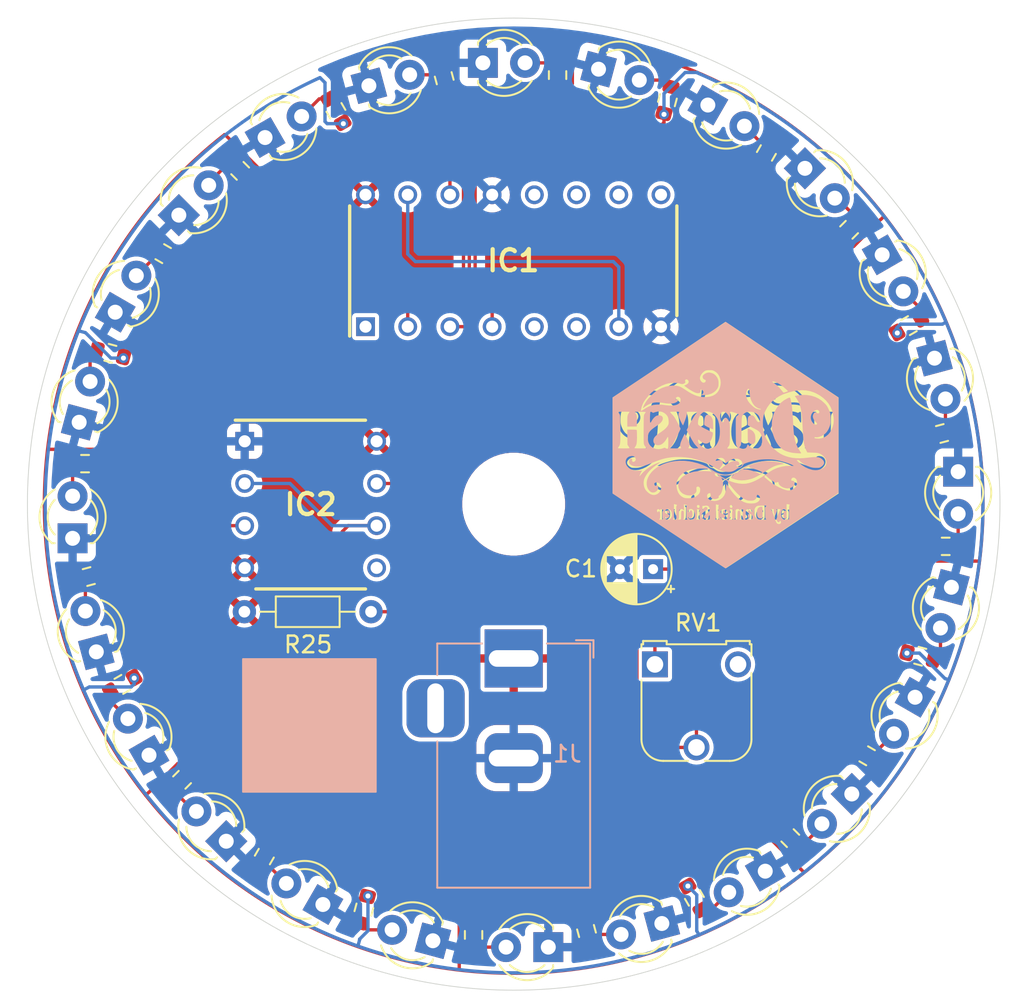
<source format=kicad_pcb>
(kicad_pcb (version 20240108) (generator "pcbnew") (generator_version "8.0")
  (layers (0 "F.Cu" signal) (31 "B.Cu" signal) (34 "B.Paste" user) (35 "F.Paste" user) (36 "B.SilkS" user "B.Silkscreen") (37 "F.SilkS" user "F.Silkscreen") (38 "B.Mask" user) (39 "F.Mask" user) (44 "Edge.Cuts" user))
  (net 0 "")
  (net 1 "/LED_RED/LED_RED")
  (net 2 "GND")
  (net 3 "/LED_GREEN/LED_GREEN")
  (net 4 "/LED_BLUE/LED_BLUE")
  (net 5 "Net-(IC2-THRES)")
  (net 6 "/POT")
  (net 7 "+12V")
  (net 10 "/RESET")
  (net 16 "Net-(IC1-CLOCK)")
  (net 20 "Net-(D1-A)")
  (net 21 "Net-(D2-A)")
  (net 22 "Net-(D3-A)")
  (net 23 "Net-(D4-A)")
  (net 24 "Net-(D5-A)")
  (net 25 "Net-(D6-A)")
  (net 26 "Net-(D7-A)")
  (net 27 "Net-(D8-A)")
  (net 28 "Net-(D9-A)")
  (net 29 "Net-(D10-A)")
  (net 30 "Net-(D11-A)")
  (net 31 "Net-(D12-A)")
  (net 32 "Net-(D13-A)")
  (net 33 "Net-(D14-A)")
  (net 34 "Net-(D15-A)")
  (net 35 "Net-(D16-A)")
  (net 36 "Net-(D17-A)")
  (net 37 "Net-(D18-A)")
  (net 38 "Net-(D19-A)")
  (net 39 "Net-(D20-A)")
  (net 40 "Net-(D21-A)")
  (net 41 "Net-(D22-A)")
  (net 42 "Net-(D23-A)")
  (net 43 "Net-(D24-A)")
  (footprint "LED_THT:LED_D3.0mm" (layer "F.Cu") (at 205.9178 98.1202 -90)
    (property "Reference" "D3" (hide yes))
    (property "Value" "LED_RED" (hide yes))
  )
  (footprint "LED_THT:LED_D3.0mm" (layer "F.Cu") (at 184.277 73.8886 -15)
    (property "Reference" "D9" (hide yes))
    (property "Value" "LED_GREEN" (hide yes))
  )
  (footprint "LED_THT:LED_D3.0mm" (layer "F.Cu") (at 159.021031 82.676653 45)
    (property "Reference" "D8" (hide yes))
    (property "Value" "LED_RED" (hide yes))
  )
  (footprint "Resistor_SMD:R_0603_1608Metric" (layer "F.Cu") (at 174.990926 74.431489 105)
    (property "Reference" "R24" (hide yes))
    (property "Value" "680R" (hide yes))
  )
  (footprint "Resistor_SMD:R_0603_1608Metric" (layer "F.Cu") (at 194.378352 78.932014 60)
    (property "Reference" "R17" (hide yes))
    (property "Value" "680R" (hide yes))
  )
  (footprint "Resistor_SMD:R_0603_1608Metric" (layer "F.Cu") (at 204.947498 95.820856 15)
    (property "Reference" "R18" (hide yes))
    (property "Value" "680R" (hide yes))
  )
  (footprint "LED_THT:LED_D3.0mm" (layer "F.Cu") (at 194.31 122.174 -150)
    (property "Reference" "D12" (hide yes))
    (property "Value" "LED_GREEN" (hide yes))
  )
  (footprint "LED_THT:LED_D3.0mm" (layer "F.Cu") (at 190.8556 76.0476 -30)
    (property "Reference" "D17" (hide yes))
    (property "Value" "LED_BLUE" (hide yes))
  )
  (footprint "Resistor_SMD:R_0603_1608Metric" (layer "F.Cu") (at 164.165622 121.294787 -120)
    (property "Reference" "R21" (hide yes))
    (property "Value" "680R" (hide yes))
  )
  (footprint "Resistor_SMD:R_0603_1608Metric" (layer "F.Cu") (at 190.048222 123.783987 -60)
    (property "Reference" "R12" (hide yes))
    (property "Value" "680R" (hide yes))
  )
  (footprint "Resistor_SMD:R_0603_1608Metric" (layer "F.Cu") (at 176.758599 126.009402 -90)
    (property "Reference" "R5" (hide yes))
    (property "Value" "680R" (hide yes))
  )
  (footprint "LED_THT:LED_D3.0mm" (layer "F.Cu") (at 170.45767 74.883587 15)
    (property "Reference" "D24" (hide yes))
    (property "Value" "LED_BLUE" (hide yes))
  )
  (footprint "Resistor_SMD:R_0603_1608Metric" (layer "F.Cu") (at 200.441187 115.226726 -30)
    (property "Reference" "R19" (hide yes))
    (property "Value" "680R" (hide yes))
  )
  (footprint "Resistor_SMD:R_0603_1608Metric" (layer "F.Cu") (at 199.355756 83.557466 45)
    (property "Reference" "R2" (hide yes))
    (property "Value" "680R" (hide yes))
  )
  (footprint "Resistor_SMD:R_0603_1608Metric" (layer "F.Cu") (at 154.898689 90.993126 165)
    (property "Reference" "R15" (hide yes))
    (property "Value" "680R" (hide yes))
  )
  (footprint "LED_THT:LED_D3.0mm" (layer "F.Cu") (at 203.327 111.701547 -120)
    (property "Reference" "D19" (hide yes))
    (property "Value" "LED_BLUE" (hide yes))
  )
  (footprint "Resistor_SMD:R_0603_1608Metric" (layer "F.Cu") (at 183.553743 125.775699 -75)
    (property "Reference" "R20" (hide yes))
    (property "Value" "680R" (hide yes))
  )
  (footprint "Resistor_THT:R_Axial_DIN0204_L3.6mm_D1.6mm_P7.62mm_Horizontal" (layer "F.Cu") (at 162.9664 106.553)
    (property "Reference" "R25")
    (property "Value" "10k" (hide yes))
  )
  (footprint "MountingHole:MountingHole_3.2mm_M3" (layer "F.Cu") (at 179.1716 100.076)
    (property "Reference" "H1" (hide yes))
    (property "Value" "MountingHole" (hide yes))
  )
  (footprint "Resistor_SMD:R_0603_1608Metric" (layer "F.Cu") (at 155.616013 110.927224 -150)
    (property "Reference" "R14" (hide yes))
    (property "Value" "680R" (hide yes))
  )
  (footprint "LED_THT:LED_D3.0mm" (layer "F.Cu") (at 201.3458 85.0646 -60)
    (property "Reference" "D10" (hide yes))
    (property "Value" "LED_GREEN" (hide yes))
  )
  (footprint "LED_THT:LED_D3.0mm" (layer "F.Cu") (at 153.02359 95.145089 75)
    (property "Reference" "D15" (hide yes))
    (property "Value" "LED_GREEN" (hide yes))
  )
  (footprint "LED_THT:LED_D3.0mm" (layer "F.Cu") (at 161.8742 120.3706 135)
    (property "Reference" "D6" (hide yes))
    (property "Value" "LED_RED" (hide yes))
  )
  (footprint "ProjectFootprints:CD4017BE" (layer "F.Cu") (at 179.1462 85.4202 90)
    (property "Reference" "IC1")
    (property "Value" "CD4017BE" (hide yes))
  )
  (footprint "LED_THT:LED_D3.0mm" (layer "F.Cu") (at 155.194 88.519 60)
    (property "Reference" "D23" (hide yes))
    (property "Value" "LED_BLUE" (hide yes))
  )
  (footprint "LED_THT:LED_D3.0mm" (layer "F.Cu") (at 204.4954 91.2876 -75)
    (property "Reference" "D18" (hide yes))
    (property "Value" "LED_BLUE" (hide yes))
  )
  (footprint "Resistor_SMD:R_0603_1608Metric" (layer "F.Cu") (at 159.216043 116.670735 -135)
    (property "Reference" "R6" (hide yes))
    (property "Value" "680R" (hide yes))
  )
  (footprint "LED_THT:LED_D3.0mm" (layer "F.Cu") (at 188.087 125.3236 -165)
    (property "Reference" "D20" (hide yes))
    (property "Value" "LED_BLUE" (hide yes))
  )
  (footprint "Resistor_SMD:R_0603_1608Metric" (layer "F.Cu") (at 158.079814 84.993823 150)
    (property "Reference" "R23" (hide yes))
    (property "Value" "680R" (hide yes))
  )
  (footprint "LED_THT:LED_D3.0mm" (layer "F.Cu") (at 157.226 115.189 120)
    (property "Reference" "D14" (hide yes))
    (property "Value" "LED_GREEN" (hide yes))
  )
  (footprint "Potentiometer_THT:Potentiometer_Runtron_RM-065_Vertical" (layer "F.Cu") (at 187.6698 109.7232)
    (property "Reference" "RV1")
    (property "Value" "10k_Poti" (hide yes))
  )
  (footprint "ProjectFootprints:logo" (layer "F.Cu") (at 191.9224 96.52)
    (property "Reference" "G***" (hide yes))
    (property "Value" "LOGO" (hide yes))
  )
  (footprint "LED_THT:LED_D3.0mm" (layer "F.Cu") (at 154.055387 108.967729 105)
    (property "Reference" "D22" (hide yes))
    (property "Value" "LED_BLUE" (hide yes))
  )
  (footprint "Resistor_SMD:R_0603_1608Metric" (layer "F.Cu") (at 170.15789 124.486901 -105)
    (property "Reference" "R13" (hide yes))
    (property "Value" "680R" (hide yes))
  )
  (footprint "Resistor_SMD:R_0603_1608Metric" (layer "F.Cu") (at 153.3774 97.6376 180)
    (property "Reference" "R7" (hide yes))
    (property "Value" "680R" (hide yes))
  )
  (footprint "LED_THT:LED_D3.0mm" (layer "F.Cu") (at 205.5114 105.0798 -105)
    (property "Reference" "D11" (hide yes))
    (property "Value" "LED_GREEN" (hide yes))
  )
  (footprint "Resistor_SMD:R_0603_1608Metric" (layer "F.Cu") (at 168.472777 76.393414 120)
    (property "Reference" "R16" (hide yes))
    (property "Value" "680R" (hide yes))
  )
  (footprint "Resistor_SMD:R_0603_1608Metric" (layer "F.Cu") (at 205.169 102.616)
    (property "Reference" "R3" (hide yes))
    (property "Value" "680R" (hide yes))
  )
  (footprint "LED_THT:LED_D3.0mm" (layer "F.Cu") (at 181.254401 126.746 180)
    (property "Reference" "D5" (hide yes))
    (property "Value" "LED_RED" (hide yes))
  )
  (footprint "Resistor_SMD:R_0603_1608Metric" (layer "F.Cu") (at 162.711563 80.009163 135)
    (property "Reference" "R8" (hide yes))
    (property "Value" "680R" (hide yes))
  )
  (footprint "Resistor_SMD:R_0603_1608Metric" (layer "F.Cu") (at 153.603289 104.434474 -165)
    (property "Reference" "R22" (hide yes))
    (property "Value" "680R" (hide yes))
  )
  (footprint "Resistor_SMD:R_0603_1608Metric" (layer "F.Cu") (at 203.6363 109.231764 -15)
    (property "Reference" "R11" (hide yes))
    (property "Value" "680R" (hide yes))
  )
  (footprint "LED_THT:LED_D3.0mm" (layer "F.Cu") (at 152.6286 102.1334 90)
    (property "Reference" "D7" (hide yes))
    (property "Value" "LED_RED" (hide yes))
  )
  (footprint "Resistor_SMD:R_0603_1608Metric" (layer "F.Cu") (at 181.8132 74.2442 90)
    (property "Reference" "R1" (hide yes))
    (property "Value" "680R" (hide yes))
  )
  (footprint "LED_THT:LED_D3.0mm" (layer "F.Cu") (at 177.3174 73.5076)
    (property "Reference" "D1" (hide yes))
    (property "Value" "LED_RED" (hide yes))
  )
  (footprint "Resistor_SMD:R_0603_1608Metric" (layer "F.Cu") (at 188.421837 75.75475 75)
    (property "Reference" "R9" (hide yes))
    (property "Value" "680R" (hide yes))
  )
  (footprint "LED_THT:LED_D3.0mm" (layer "F.Cu") (at 199.517 117.5258 -135)
    (property "Reference" "D4" (hide yes))
    (property "Value" "LED_RED" (hide yes))
  )
  (footprint "Resistor_SMD:R_0603_1608Metric" (layer "F.Cu") (at 195.817134 120.183957 -45)
    (property "Reference" "R4" (hide yes))
    (property "Value" "680R" (hide yes))
  )
  (footprint "Resistor_SMD:R_0603_1608Metric" (layer "F.Cu") (at 202.955786 89.326378 30)
    (property "Reference" "R10" (hide yes))
    (property "Value" "680R" (hide yes))
  )
  (footprint "LED_THT:LED_D3.0mm" (layer "F.Cu") (at 196.6976 79.8576 -45)
    (property "Reference" "D2" (hide yes))
    (property "Value" "LED_RED" (hide yes))
  )
  (footprint "LED_THT:LED_D3.0mm" (layer "F.Cu") (at 164.211 78.0034 30)
    (property "Reference" "D16" (hide yes))
    (property "Value" "LED_GREEN" (hide yes))
  )
  (footprint "LED_THT:LED_D3.0mm" (layer "F.Cu") (at 174.309855 126.362 165)
    (property "Reference" "D13" (hide yes))
    (property "Value" "LED_GREEN" (hide yes))
  )
  (footprint "ProjectFootprints:NE555P" (layer "F.Cu") (at 166.9542 100.1014)
    (property "Reference" "IC2")
    (property "Value" "NE555P" (hide yes))
  )
  (footprint "LED_THT:LED_D3.0mm" (layer "F.Cu") (at 167.6908 124.1806 150)
    (property "Reference" "D21" (hide yes))
    (property "Value" "LED_BLUE" (hide yes))
  )
  (footprint "Capacitor_THT:CP_Radial_D4.0mm_P2.00mm" (layer "F.Cu") (at 187.560998 103.9876 180)
    (property "Reference" "C1")
    (property "Value" "10uF/25V" (hide yes))
  )
  (footprint "ProjectFootprints:logo" (layer "B.Cu") (at 191.9224 96.52 180)
    (property "Reference" "G***" (hide yes))
    (property "Value" "LOGO" (hide yes))
  )
  (footprint "Connector_BarrelJack:BarrelJack_Horizontal" (layer "B.Cu") (at 179.171599 109.366799 90)
    (property "Reference" "J1")
    (property "Value" "Barrel_Jack_Switch" (hide yes))
  )
  (gr_line (start 206.9592 103.505) (end 207.1878 103.505) (stroke (width 0.2)) (layer "F.Cu") (net 1))
  (gr_line (start 154.432 104.2416) (end 155.4734 104.0384) (stroke (width 0.2)) (layer "F.Cu") (net 4))
  (gr_line (start 164.5666 120.5738) (end 165.1254 119.5832) (stroke (width 0.2)) (layer "F.Cu") (net 4))
  (gr_arc (start 182.853883 76.362095) (mid 188.447668 77.94315) (end 193.4972 80.8228) (stroke (width 0.2)) (layer "F.Cu") (net 4))
  (gr_arc (start 193.4972 80.8228) (mid 173.589701 123.415897) (end 175.10692 76.424638) (stroke (width 0.2)) (layer "F.Cu") (net 4))
  (gr_line (start 199.7456 114.808) (end 198.6534 114.173) (stroke (width 0.2)) (layer "F.Cu") (net 4))
  (gr_line (start 158.8008 85.3948) (end 159.7152 86.0044) (stroke (width 0.2)) (layer "F.Cu") (net 4))
  (gr_line (start 196.4436 122.047) (end 196.6468 122.2502) (stroke (width 0.2)) (layer "F.Cu") (net 1))
  (gr_line (start 201.2696 82.931) (end 201.422 82.7786) (stroke (width 0.2)) (layer "F.Cu") (net 1))
  (gr_line (start 157.3276 117.3226) (end 157.0228 117.602) (stroke (width 0.2)) (layer "F.Cu") (net 1))
  (gr_arc (start 177.603034 76.129224) (mid 180.234853 76.101473) (end 182.853883 76.362096) (stroke (width 0.2)) (layer "F.Cu") (net 4))
  (gr_arc (start 155.8544 101.1428) (mid 160.981217 85.449317) (end 175.208392 77.073329) (stroke (width 0.2)) (layer "F.Cu") (net 16))
  (gr_arc (start 183.1086 72.110601) (mid 186.483478 127.354193) (end 161.775237 77.828976) (stroke (width 0.2)) (layer "F.Cu") (net 1))
  (gr_line (start 151.5618 96.774) (end 151.1554 96.774) (stroke (width 0.2)) (layer "F.Cu") (net 1))
  (gr_line (start 183.3118 124.9426) (end 183.0578 123.7996) (stroke (width 0.2)) (layer "F.Cu") (net 4))
  (gr_line (start 175.895 127.7366) (end 175.895 128.1176) (stroke (width 0.2)) (layer "F.Cu") (net 1))
  (gr_line (start 204.1398 96.0374) (end 202.8952 96.2914) (stroke (width 0.2)) (layer "F.Cu") (net 4))
  (gr_line (start 169.899105 126.307991) (end 169.800495 126.676008) (stroke (width 0.2)) (layer "B.Cu") (net 3))
  (gr_arc (start 190.223639 74.110805) (mid 179.548346 128.291643) (end 167.513 74.396601) (stroke (width 0.2)) (layer "B.Cu") (net 3))
  (gr_line (start 204.975801 89.23818) (end 205.162452 89.130417) (stroke (width 0.2)) (layer "B.Cu") (net 3))
  (gr_line (start 190.190278 125.772273) (end 190.33396 126.021142) (stroke (width 0.2)) (layer "B.Cu") (net 3))
  (gr_line (start 153.629887 111.084888) (end 153.263159 111.27588) (stroke (width 0.2)) (layer "B.Cu") (net 3))
  (gr_line (start 153.378921 89.744166) (end 152.986369 89.638982) (stroke (width 0.2)) (layer "B.Cu") (net 3))
  (gr_line (start 205.14659 110.583715) (end 205.3674 110.642881) (stroke (width 0.2)) (layer "B.Cu") (net 3))
  (gr_rect (start 162.878 109.3988) (end 170.878 117.3988) (stroke (width 0.1)) (fill solid) (layer "B.SilkS"))
  (gr_circle (center 179.1716 100.076) (end 208.394319 98.552) (stroke (width 0.05)) (fill none) (layer "Edge.Cuts"))
  (segment (start 163.723823 80.199729) (end 163.723823 79.751423) (width 0.2) (layer "F.Cu") (net 1))
  (segment (start 176.1512 87.577) (end 176.1512 80.317) (width 0.2) (layer "F.Cu") (net 1))
  (segment (start 176.902098 75.319902) (end 181.562498 75.319902) (width 0.2) (layer "F.Cu") (net 1))
  (segment (start 159.801393 116.106041) (end 159.396929 115.701577) (width 0.2) (layer "F.Cu") (net 1))
  (segment (start 161.798001 77.825601) (end 161.772601 77.825601) (width 0.2) (layer "F.Cu") (net 1))
  (segment (start 172.796201 89.390199) (end 172.796201 88.417399) (width 0.2) (layer "F.Cu") (net 1))
  (segment (start 194.822577 120.425977) (end 196.439023 122.042423) (width 0.2) (layer "F.Cu") (net 1))
  (segment (start 204.6478 103.505) (end 206.9338 103.505) (width 0.2) (layer "F.Cu") (net 1))
  (segment (start 195.227043 119.573205) (end 194.822577 119.977671) (width 0.2) (layer "F.Cu") (net 1))
  (segment (start 175.7972 87.931) (end 176.1512 87.577) (width 0.2) (layer "F.Cu") (net 1))
  (segment (start 176.1512 80.317) (end 176.1512 76.0708) (width 0.2) (layer "F.Cu") (net 1))
  (segment (start 182.3852 75.0692) (end 182.7022 74.7522) (width 0.2) (layer "F.Cu") (net 1))
  (segment (start 194.822577 119.977671) (end 194.822577 120.425977) (width 0.2) (layer "F.Cu") (net 1))
  (segment (start 158.948623 115.701577) (end 157.332177 117.318023) (width 0.2) (layer "F.Cu") (net 1))
  (segment (start 175.895 125.4506) (end 175.895 127.7366) (width 0.2) (layer "F.Cu") (net 1))
  (segment (start 154.1902 97.662999) (end 154.1902 97.091) (width 0.2) (layer "F.Cu") (net 1))
  (segment (start 176.212 125.1336) (end 175.895 125.4506) (width 0.2) (layer "F.Cu") (net 1))
  (segment (start 163.723823 79.751423) (end 161.798001 77.825601) (width 0.2) (layer "F.Cu") (net 1))
  (segment (start 176.1512 80.317) (end 176.1236 80.2894) (width 0.2) (layer "F.Cu") (net 1))
  (segment (start 198.7804 84.1502) (end 199.184865 84.554665) (width 0.2) (layer "F.Cu") (net 1))
  (segment (start 173.2826 87.931) (end 175.7972 87.931) (width 0.2) (layer "F.Cu") (net 1))
  (segment (start 153.8732 96.774) (end 151.5872 96.774) (width 0.2) (layer "F.Cu") (net 1))
  (segment (start 204.3308 102.615999) (end 204.3308 103.188) (width 0.2) (layer "F.Cu") (net 1))
  (segment (start 159.396929 115.701577) (end 158.948623 115.701577) (width 0.2) (layer "F.Cu") (net 1))
  (segment (start 182.7022 72.4662) (end 183.057799 72.110601) (width 0.2) (layer "F.Cu") (net 1))
  (segment (start 199.633171 84.554665) (end 201.249617 82.938219) (width 0.2) (layer "F.Cu") (net 1))
  (segment (start 181.8132 75.0692) (end 182.3852 75.0692) (width 0.2) (layer "F.Cu") (net 1))
  (segment (start 163.319359 80.604194) (end 163.723823 80.199729) (width 0.2) (layer "F.Cu") (net 1))
  (segment (start 182.7022 74.7522) (end 182.7022 72.4662) (width 0.2) (layer "F.Cu") (net 1))
  (segment (start 176.784002 125.1336) (end 176.212 125.1336) (width 0.2) (layer "F.Cu") (net 1))
  (segment (start 199.184865 84.554665) (end 199.633171 84.554665) (width 0.2) (layer "F.Cu") (net 1))
  (segment (start 183.057799 72.110601) (end 183.1086 72.110601) (width 0.2) (layer "F.Cu") (net 1))
  (segment (start 154.1902 97.091) (end 153.8732 96.774) (width 0.2) (layer "F.Cu") (net 1))
  (segment (start 172.796201 88.417399) (end 173.2826 87.931) (width 0.2) (layer "F.Cu") (net 1))
  (segment (start 204.3308 103.188) (end 204.6478 103.505) (width 0.2) (layer "F.Cu") (net 1))
  (segment (start 176.1512 76.0708) (end 176.902098 75.319902) (width 0.2) (layer "F.Cu") (net 1))
  (segment (start 181.562498 75.319902) (end 181.8132 75.0692) (width 0.2) (layer "F.Cu") (net 1))
  (segment (start 183.404619 76.040268) (end 184.372616 76.230974) (width 0.2) (layer "F.Cu") (net 3))
  (segment (start 188.217145 76.608578) (end 188.217145 77.098866) (width 0.2) (layer "F.Cu") (net 3))
  (segment (start 177.161698 75.669902) (end 179.182076 75.669902) (width 0.2) (layer "F.Cu") (net 3))
  (segment (start 176.5012 76.3304) (end 177.161698 75.669902) (width 0.2) (layer "F.Cu") (net 3))
  (segment (start 183.081225 75.988388) (end 183.404619 76.040268) (width 0.2) (layer "F.Cu") (net 3))
  (segment (start 188.208311 76.551639) (end 188.0616 76.69835) (width 0.2) (layer "F.Cu") (net 3))
  (segment (start 176.5012 89.132) (end 176.5012 83.4136) (width 0.2) (layer "F.Cu") (net 3))
  (segment (start 179.182076 75.669902) (end 180.252919 75.693867) (width 0.2) (layer "F.Cu") (net 3))
  (segment (start 180.252919 75.693867) (end 181.321712 75.764795) (width 0.2) (layer "F.Cu") (net 3))
  (segment (start 188.217145 77.098866) (end 187.992749 77.323262) (width 0.2) (layer "F.Cu") (net 3))
  (segment (start 187.222254 77.036408) (end 187.635474 77.190249) (width 0.2) (layer "F.Cu") (net 3))
  (segment (start 187.992749 77.323262) (end 187.970441 77.314957) (width 0.2) (layer "F.Cu") (net 3))
  (segment (start 181.321712 75.764795) (end 182.385281 75.882431) (width 0.2) (layer "F.Cu") (net 3))
  (segment (start 183.081225 75.988388) (end 183.079752 75.986396) (width 0.2) (layer "F.Cu") (net 3))
  (segment (start 176.5012 83.4136) (end 176.5012 83.3882) (width 0.2) (layer "F.Cu") (net 3))
  (segment (start 175.3362 89.3902) (end 176.243 89.3902) (width 0.2) (layer "F.Cu") (net 3))
  (segment (start 186.283514 76.729554) (end 187.222254 77.036408) (width 0.2) (layer "F.Cu") (net 3))
  (segment (start 185.333136 76.460934) (end 186.283514 76.729554) (width 0.2) (layer "F.Cu") (net 3))
  (segment (start 183.079752 75.986396) (end 182.915981 75.961879) (width 0.2) (layer "F.Cu") (net 3))
  (segment (start 176.5012 83.4136) (end 176.5012 76.3304) (width 0.2) (layer "F.Cu") (net 3))
  (segment (start 187.970441 77.314957) (end 187.635474 77.190249) (width 0.2) (layer "F.Cu") (net 3))
  (segment (start 176.243 89.3902) (end 176.5012 89.132) (width 0.2) (layer "F.Cu") (net 3))
  (segment (start 182.915981 75.961879) (end 182.385281 75.882431) (width 0.2) (layer "F.Cu") (net 3))
  (segment (start 184.372616 76.230974) (end 185.333136 76.460934) (width 0.2) (layer "F.Cu") (net 3))
  (via (at 202.255866 89.771585) (size 0.6) (drill 0.3) (layers "F.Cu" "B.Cu") (net 3))
  (via (at 188.217145 76.608578) (size 0.6) (drill 0.3) (layers "F.Cu" "B.Cu") (net 3))
  (via (at 202.837841 109.044726) (size 0.6) (drill 0.3) (layers "F.Cu" "B.Cu") (net 3))
  (via (at 155.687671 91.283153) (size 0.6) (drill 0.3) (layers "F.Cu" "B.Cu") (net 3))
  (via (at 170.401693 123.665423) (size 0.6) (drill 0.3) (layers "F.Cu" "B.Cu") (net 3))
  (via (at 189.655439 123.067904) (size 0.6) (drill 0.3) (layers "F.Cu" "B.Cu") (net 3))
  (via (at 156.334257 110.550047) (size 0.6) (drill 0.3) (layers "F.Cu" "B.Cu") (net 3))
  (via (at 168.920905 77.168413) (size 0.6) (drill 0.3) (layers "F.Cu" "B.Cu") (net 3))
  (segment (start 190.187041 123.599506) (end 190.187041 125.766668) (width 0.2) (layer "B.Cu") (net 3))
  (segment (start 156.151748 111.081652) (end 153.635492 111.081652) (width 0.2) (layer "B.Cu") (net 3))
  (segment (start 154.935869 91.283153) (end 153.403456 89.75074) (width 0.2) (layer "B.Cu") (net 3))
  (segment (start 188.217145 75.358655) (end 189.489735 74.086065) (width 0.2) (layer "B.Cu") (net 3))
  (segment (start 155.687671 91.283153) (end 154.935869 91.283153) (width 0.2) (layer "B.Cu") (net 3))
  (segment (start 202.453619 89.239981) (end 204.954631 89.239981) (width 0.2) (layer "B.Cu") (net 3))
  (segment (start 188.217145 76.608578) (end 188.217145 75.358655) (width 0.2) (layer "B.Cu") (net 3))
  (segment (start 202.2094 89.725119) (end 202.2094 89.4842) (width 0.2) (layer "B.Cu") (net 3))
  (segment (start 156.334257 110.550047) (end 156.334257 110.899143) (width 0.2) (layer "B.Cu") (net 3))
  (segment (start 189.655439 123.067904) (end 190.187041 123.599506) (width 0.2) (layer "B.Cu") (net 3))
  (segment (start 203.58964 109.044726) (end 205.122055 110.577141) (width 0.2) (layer "B.Cu") (net 3))
  (segment (start 169.899105 126.264895) (end 169.899105 126.307991) (width 0.2) (layer "B.Cu") (net 3))
  (segment (start 189.489735 74.086065) (end 190.234148 74.086065) (width 0.2) (layer "B.Cu") (net 3))
  (segment (start 156.334257 110.899143) (end 156.151748 111.081652) (width 0.2) (layer "B.Cu") (net 3))
  (segment (start 167.8178 77.0382) (end 167.8178 74.701401) (width 0.2) (layer "B.Cu") (net 3))
  (segment (start 202.255866 89.771585) (end 202.2094 89.725119) (width 0.2) (layer "B.Cu") (net 3))
  (segment (start 170.401693 123.665423) (end 170.401693 125.762307) (width 0.2) (layer "B.Cu") (net 3))
  (segment (start 170.401693 125.762307) (end 169.899105 126.264895) (width 0.2) (layer "B.Cu") (net 3))
  (segment (start 168.920905 77.168413) (end 167.948013 77.168413) (width 0.2) (layer "B.Cu") (net 3))
  (segment (start 202.837841 109.044726) (end 203.58964 109.044726) (width 0.2) (layer "B.Cu") (net 3))
  (segment (start 167.8178 74.701401) (end 167.513 74.396601) (width 0.2) (layer "B.Cu") (net 3))
  (segment (start 167.948013 77.168413) (end 167.8178 77.0382) (width 0.2) (layer "B.Cu") (net 3))
  (segment (start 202.2094 89.4842) (end 202.453619 89.239981) (width 0.2) (layer "B.Cu") (net 3))
  (segment (start 176.8512 76.5138) (end 176.8512 87.3924) (width 0.2) (layer "F.Cu") (net 4))
  (segment (start 175.204452 75.228378) (end 175.204452 76.331749) (width 0.2) (layer "F.Cu") (net 4))
  (segment (start 177.235776 76.129224) (end 176.8512 76.5138) (width 0.2) (layer "F.Cu") (net 4))
  (segment (start 175.204452 76.331749) (end 175.1076 76.428601) (width 0.2) (layer "F.Cu") (net 4))
  (segment (start 177.603034 76.129224) (end 177.235776 76.129224) (width 0.2) (layer "F.Cu") (net 4))
  (segment (start 177.8762 88.4174) (end 177.8762 89.390202) (width 0.2) (layer "F.Cu") (net 4))
  (segment (start 193.4718 80.7974) (end 193.4972 80.8228) (width 0.2) (layer "F.Cu") (net 4))
  (segment (start 193.4718 80.140537) (end 193.4718 80.7974) (width 0.2) (layer "F.Cu") (net 4))
  (segment (start 176.8512 87.3924) (end 177.8762 88.4174) (width 0.2) (layer "F.Cu") (net 4))
  (segment (start 193.965852 79.646485) (end 193.4718 80.140537) (width 0.2) (layer "F.Cu") (net 4))
  (segment (start 190.1698 104.8766) (end 189.2808 103.9876) (width 0.2) (layer "F.Cu") (net 5))
  (segment (start 190.1698 114.7232) (end 187.0878 114.7232) (width 0.2) (layer "F.Cu") (net 5))
  (segment (start 172.2684 106.903) (end 171.4754 107.696) (width 0.2) (layer "F.Cu") (net 5))
  (segment (start 186.0494 106.903) (end 172.2684 106.903) (width 0.2) (layer "F.Cu") (net 5))
  (segment (start 168.8592 101.727) (end 169.2148 101.3714) (width 0.2) (layer "F.Cu") (net 5))
  (segment (start 186.5884 114.2238) (end 186.5884 107.442) (width 0.2) (layer "F.Cu") (net 5))
  (segment (start 168.8592 107.315) (end 168.8592 101.727) (width 0.2) (layer "F.Cu") (net 5))
  (segment (start 190.1698 114.7232) (end 190.1698 104.8766) (width 0.2) (layer "F.Cu") (net 5))
  (segment (start 189.2808 103.9876) (end 187.560998 103.9876) (width 0.2) (layer "F.Cu") (net 5))
  (segment (start 171.4754 107.696) (end 169.2402 107.696) (width 0.2) (layer "F.Cu") (net 5))
  (segment (start 169.2148 101.3714) (end 170.9242 101.3714) (width 0.2) (layer "F.Cu") (net 5))
  (segment (start 186.5884 107.442) (end 186.0494 106.903) (width 0.2) (layer "F.Cu") (net 5))
  (segment (start 187.0878 114.7232) (end 186.5884 114.2238) (width 0.2) (layer "F.Cu") (net 5))
  (segment (start 169.2402 107.696) (end 168.8592 107.315) (width 0.2) (layer "F.Cu") (net 5))
  (segment (start 168.2496 101.3714) (end 165.7096 98.8314) (width 0.2) (layer "B.Cu") (net 5))
  (segment (start 165.7096 98.8314) (end 162.9842 98.8314) (width 0.2) (layer "B.Cu") (net 5))
  (segment (start 170.9242 101.3714) (end 168.2496 101.3714) (width 0.2) (layer "B.Cu") (net 5))
  (segment (start 187.2234 106.553) (end 172.2882 106.553) (width 0.2) (layer "F.Cu") (net 6))
  (segment (start 187.6698 109.7232) (end 187.6698 106.9994) (width 0.2) (layer "F.Cu") (net 6))
  (segment (start 187.6698 106.9994) (end 187.2234 106.553) (width 0.2) (layer "F.Cu") (net 6))
  (segment (start 170.9242 98.8314) (end 171.831 98.8314) (width 0.2) (layer "F.Cu") (net 6))
  (segment (start 171.831 98.8314) (end 172.0596 99.06) (width 0.2) (layer "F.Cu") (net 6))
  (segment (start 172.0596 99.06) (end 172.0596 106.3244) (width 0.2) (layer "F.Cu") (net 6))
  (segment (start 172.2882 106.553) (end 172.0596 106.3244) (width 0.2) (layer "F.Cu") (net 6))
  (segment (start 172.0596 106.3244) (end 171.831 106.553) (width 0.2) (layer "F.Cu") (net 6))
  (segment (start 171.831 106.553) (end 170.5864 106.553) (width 0.2) (layer "F.Cu") (net 6))
  (segment (start 172.7962 85.0138) (end 173.2534 85.471) (width 0.2) (layer "B.Cu") (net 10))
  (segment (start 185.166 85.471) (end 185.4962 85.8012) (width 0.2) (layer "B.Cu") (net 10))
  (segment (start 173.2534 85.471) (end 185.166 85.471) (width 0.2) (layer "B.Cu") (net 10))
  (segment (start 172.7962 81.450198) (end 172.7962 85.0138) (width 0.2) (layer "B.Cu") (net 10))
  (segment (start 185.4962 85.8012) (end 185.4962 89.390202) (width 0.2) (layer "B.Cu") (net 10))
  (segment (start 162.9842 101.3714) (end 156.083 101.3714) (width 0.2) (layer "F.Cu") (net 16))
  (segment (start 175.3362 77.212391) (end 175.210735 77.086926) (width 0.2) (layer "F.Cu") (net 16))
  (segment (start 156.083 101.3714) (end 155.8544 101.1428) (width 0.2) (layer "F.Cu") (net 16))
  (segment (start 175.3362 81.4502) (end 175.3362 77.212391) (width 0.2) (layer "F.Cu") (net 16))
  (segment (start 179.8574 73.5076) (end 181.7248 73.5076) (width 0.2) (layer "F.Cu") (net 20))
  (segment (start 181.7248 73.5076) (end 181.8132 73.4192) (width 0.2) (layer "F.Cu") (net 20))
  (segment (start 198.618667 81.653651) (end 199.939119 82.974103) (width 0.2) (layer "F.Cu") (net 21))
  (segment (start 198.493652 81.653651) (end 198.618667 81.653651) (width 0.2) (layer "F.Cu") (net 21))
  (segment (start 205.917801 100.660201) (end 205.917801 102.539801) (width 0.2) (layer "F.Cu") (net 22))
  (segment (start 205.917801 102.539801) (end 205.994 102.616) (width 0.2) (layer "F.Cu") (net 22))
  (segment (start 197.720948 119.446869) (end 196.400497 120.76732) (width 0.2) (layer "F.Cu") (net 23))
  (segment (start 197.720948 119.321853) (end 197.720948 119.446869) (width 0.2) (layer "F.Cu") (net 23))
  (segment (start 178.714398 126.746001) (end 176.847 126.746001) (width 0.2) (layer "F.Cu") (net 24))
  (segment (start 176.847 126.746001) (end 176.758599 126.834402) (width 0.2) (layer "F.Cu") (net 24))
  (segment (start 160.078148 118.574546) (end 159.953128 118.574546) (width 0.2) (layer "F.Cu") (net 25))
  (segment (start 159.953128 118.574546) (end 158.63268 117.254098) (width 0.2) (layer "F.Cu") (net 25))
  (segment (start 152.628601 97.713801) (end 152.5524 97.6376) (width 0.2) (layer "F.Cu") (net 26))
  (segment (start 152.628601 99.593399) (end 152.628601 97.713801) (width 0.2) (layer "F.Cu") (net 26))
  (segment (start 160.817083 80.880602) (end 160.817083 80.736917) (width 0.2) (layer "F.Cu") (net 27))
  (segment (start 160.817083 80.736917) (end 162.1282 79.4258) (width 0.2) (layer "F.Cu") (net 27))
  (segment (start 188.223502 74.546) (end 188.635363 74.957861) (width 0.2) (layer "F.Cu") (net 28))
  (segment (start 186.730452 74.546) (end 188.223502 74.546) (width 0.2) (layer "F.Cu") (net 28))
  (segment (start 203.670257 88.318761) (end 203.670257 88.913878) (width 0.2) (layer "F.Cu") (net 29))
  (segment (start 202.615801 87.264305) (end 203.670257 88.318761) (width 0.2) (layer "F.Cu") (net 29))
  (segment (start 204.854 109.024479) (end 204.433189 109.44529) (width 0.2) (layer "F.Cu") (net 30))
  (segment (start 204.854 107.533253) (end 204.854 109.024479) (width 0.2) (layer "F.Cu") (net 30))
  (segment (start 192.110294 123.444002) (end 191.055838 124.498458) (width 0.2) (layer "F.Cu") (net 31))
  (segment (start 191.055838 124.498458) (end 190.460722 124.498458) (width 0.2) (layer "F.Cu") (net 31))
  (segment (start 171.8564 125.7046) (end 170.365174 125.7046) (width 0.2) (layer "F.Cu") (net 32))
  (segment (start 170.365174 125.7046) (end 169.944364 125.28379) (width 0.2) (layer "F.Cu") (net 32))
  (segment (start 155.956 112.989294) (end 154.901542 111.934836) (width 0.2) (layer "F.Cu") (net 33))
  (segment (start 154.901542 111.934836) (end 154.901542 111.339724) (width 0.2) (layer "F.Cu") (net 33))
  (segment (start 153.680992 91.200408) (end 154.1018 90.7796) (width 0.2) (layer "F.Cu") (net 34))
  (segment (start 153.680992 92.691637) (end 153.680992 91.200408) (width 0.2) (layer "F.Cu") (net 34))
  (segment (start 166.410705 76.7334) (end 167.465162 75.678943) (width 0.2) (layer "F.Cu") (net 35))
  (segment (start 167.465162 75.678943) (end 168.060277 75.678943) (width 0.2) (layer "F.Cu") (net 35))
  (segment (start 193.055305 77.3176) (end 193.955248 78.217543) (width 0.2) (layer "F.Cu") (net 36))
  (segment (start 193.955248 78.217543) (end 194.790852 78.217543) (width 0.2) (layer "F.Cu") (net 36))
  (segment (start 205.152801 95.015744) (end 205.744387 95.60733) (width 0.2) (layer "F.Cu") (net 37))
  (segment (start 205.152801 93.741052) (end 205.152801 95.015744) (width 0.2) (layer "F.Cu") (net 37))
  (segment (start 201.155658 114.802595) (end 201.155658 115.639226) (width 0.2) (layer "F.Cu") (net 38))
  (segment (start 202.057 113.901253) (end 201.155658 114.802595) (width 0.2) (layer "F.Cu") (net 38))
  (segment (start 184.358855 125.981002) (end 183.767269 126.572588) (width 0.2) (layer "F.Cu") (net 39))
  (segment (start 185.633546 125.981002) (end 184.358855 125.981002) (width 0.2) (layer "F.Cu") (net 39))
  (segment (start 165.491094 122.910598) (end 164.589754 122.009258) (width 0.2) (layer "F.Cu") (net 40))
  (segment (start 164.589754 122.009258) (end 163.753122 122.009258) (width 0.2) (layer "F.Cu") (net 40))
  (segment (start 153.397987 105.239587) (end 152.8064 104.648) (width 0.2) (layer "F.Cu") (net 41))
  (segment (start 153.397987 106.514276) (end 153.397987 105.239587) (width 0.2) (layer "F.Cu") (net 41))
  (segment (start 156.464001 86.319295) (end 157.365343 85.417953) (width 0.2) (layer "F.Cu") (net 42))
  (segment (start 157.365343 85.417953) (end 157.365343 84.581323) (width 0.2) (layer "F.Cu") (net 42))
  (segment (start 174.185813 74.226187) (end 174.7774 73.6346) (width 0.2) (layer "F.Cu") (net 43))
  (segment (start 172.911122 74.226187) (end 174.185813 74.226187) (width 0.2) (layer "F.Cu") (net 43))
  (zone (net 7) (net_name "+12V") (layer "F.Cu") (connect_pads (clearance 0.5)) (min_thickness 0.25) (fill yes (thermal_gap 0.5) (thermal_bridge_width 0.5))
    (polygon (pts (xy 148.2598 69.7484) (xy 148.2598 130.4036) (xy 209.8802 130.4036) (xy 209.8802 69.723)))
  )
  (zone (net 2) (net_name "GND") (layer "B.Cu") (connect_pads (clearance 0.25)) (min_thickness 0.25) (fill yes (thermal_gap 0.5) (thermal_bridge_width 0.5))
    (polygon (pts (xy 148.2598 69.7484) (xy 148.2598 130.4036) (xy 209.8802 130.4036) (xy 209.8802 69.723)))
  )
)
</source>
